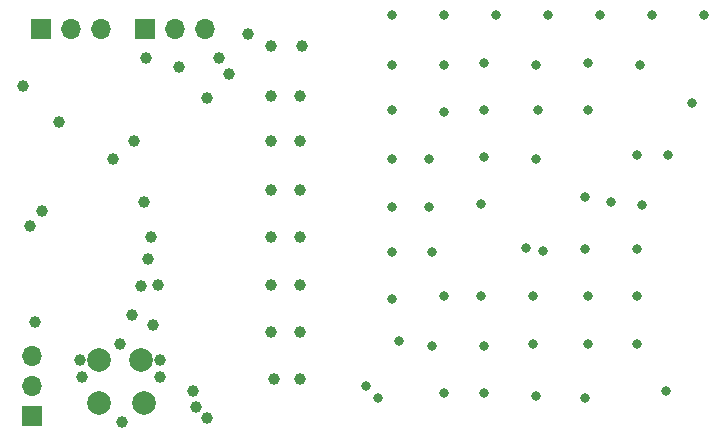
<source format=gbr>
%TF.GenerationSoftware,KiCad,Pcbnew,(6.0.2)*%
%TF.CreationDate,2022-05-19T16:25:25+02:00*%
%TF.ProjectId,AT806_Led-Matrix-Single,41543830-365f-44c6-9564-2d4d61747269,rev?*%
%TF.SameCoordinates,PX64e6140PY76a3180*%
%TF.FileFunction,Soldermask,Bot*%
%TF.FilePolarity,Negative*%
%FSLAX46Y46*%
G04 Gerber Fmt 4.6, Leading zero omitted, Abs format (unit mm)*
G04 Created by KiCad (PCBNEW (6.0.2)) date 2022-05-19 16:25:25*
%MOMM*%
%LPD*%
G01*
G04 APERTURE LIST*
%ADD10R,1.700000X1.700000*%
%ADD11O,1.700000X1.700000*%
%ADD12C,2.000000*%
%ADD13C,1.000000*%
%ADD14C,0.800000*%
G04 APERTURE END LIST*
D10*
%TO.C,J3*%
X1575000Y1875000D03*
D11*
X1575000Y4415000D03*
X1575000Y6955000D03*
%TD*%
D10*
%TO.C,J1*%
X2275000Y34625000D03*
D11*
X4815000Y34625000D03*
X7355000Y34625000D03*
%TD*%
D10*
%TO.C,J2*%
X11075000Y34625000D03*
D11*
X13615000Y34625000D03*
X16155000Y34625000D03*
%TD*%
D12*
%TO.C,TP4*%
X10800000Y6600000D03*
%TD*%
%TO.C,TP2*%
X11000000Y3000000D03*
%TD*%
%TO.C,TP3*%
X7200000Y6600000D03*
%TD*%
%TO.C,TP1*%
X7200000Y3000000D03*
%TD*%
D13*
X800000Y29800000D03*
X3800000Y26800000D03*
X1800000Y9800000D03*
X8400000Y23600000D03*
X2400000Y19200000D03*
X10200000Y25200000D03*
X12200000Y13000000D03*
X1399500Y18000000D03*
X21800000Y33200000D03*
X24400000Y33200000D03*
D14*
X57400000Y28400000D03*
D13*
X24200000Y29000000D03*
D14*
X52800000Y16000000D03*
D13*
X21800000Y29000000D03*
D14*
X53188876Y19762633D03*
X58400000Y35800000D03*
X52800000Y12000000D03*
X52800000Y8000000D03*
X55397961Y23995144D03*
X55200000Y4000000D03*
D13*
X24200000Y25200000D03*
D14*
X52800000Y24000000D03*
X53000000Y31600000D03*
X54000000Y35800000D03*
X48400000Y16000000D03*
X50600255Y19999755D03*
D13*
X21800000Y25200000D03*
D14*
X48400000Y3400000D03*
X48600000Y8000000D03*
X48600000Y12000000D03*
X44800000Y15888000D03*
X48400000Y20400000D03*
X48600000Y31800000D03*
X49600000Y35800000D03*
X44000000Y12000000D03*
D13*
X21800000Y21000000D03*
D14*
X48600000Y27800000D03*
X44200000Y3600000D03*
D13*
X24200000Y21000000D03*
D14*
X44000000Y8000000D03*
X44200000Y31600000D03*
D13*
X21800000Y17000000D03*
D14*
X44400000Y27800000D03*
X39800000Y7800000D03*
X45200000Y35800000D03*
X44200000Y23600000D03*
D13*
X24200000Y17000000D03*
D14*
X39600000Y12000000D03*
X43406194Y16110603D03*
X39800000Y3800000D03*
X36400000Y12000000D03*
X40800000Y35800000D03*
X39800000Y31800000D03*
X39800000Y23800000D03*
D13*
X24200000Y13000000D03*
D14*
X35400000Y7800000D03*
X36400000Y3800000D03*
X39800000Y27800000D03*
X39600000Y19800000D03*
D13*
X21800000Y13000000D03*
D14*
X35400000Y15800000D03*
X36400000Y31600000D03*
X32600000Y8200000D03*
D13*
X21800000Y9000000D03*
D14*
X35200000Y23600000D03*
X30800000Y3400000D03*
D13*
X24200000Y9000000D03*
D14*
X35200000Y19600000D03*
X36400000Y35800000D03*
X36400000Y27600000D03*
X32000000Y11800000D03*
X32000000Y35800000D03*
D13*
X24200000Y5000000D03*
D14*
X32000000Y19600000D03*
X29800000Y4400000D03*
X32000000Y31600000D03*
X32000000Y27800000D03*
X32000000Y23600000D03*
X32000000Y15800000D03*
D13*
X22000000Y5000000D03*
X15400000Y2600000D03*
X16400000Y28800000D03*
X17400000Y32200000D03*
X15200000Y4000000D03*
X10799500Y12868490D03*
X11400000Y15200000D03*
X9000000Y8000000D03*
X11000000Y20000000D03*
X9999500Y10468490D03*
X11600000Y17000000D03*
X5600000Y6600000D03*
X5800000Y5200000D03*
X9200000Y1400000D03*
X19800000Y34200000D03*
X16400000Y1699000D03*
X14000000Y31400000D03*
X18200000Y30800000D03*
X11200000Y32200000D03*
X12400000Y5200000D03*
X12400000Y6600000D03*
X11800000Y9600000D03*
M02*

</source>
